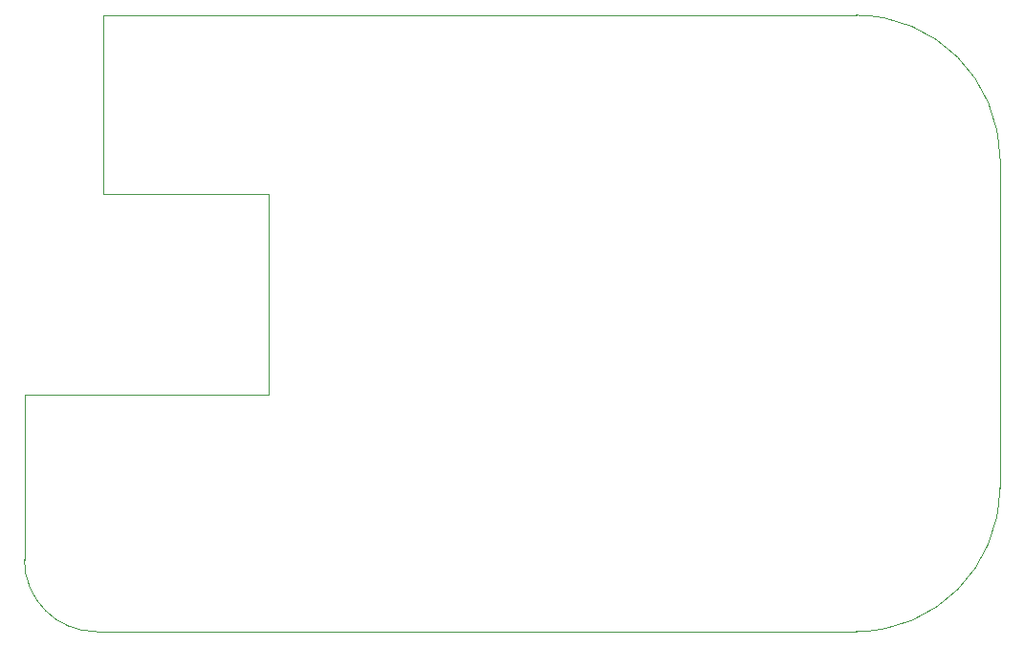
<source format=gm1>
G04 #@! TF.GenerationSoftware,KiCad,Pcbnew,(6.0.0-rc1-dev-159-g1e43773)*
G04 #@! TF.CreationDate,2018-07-25T22:10:03-05:00*
G04 #@! TF.ProjectId,bbb_alien_harness,6262625F616C69656E5F6861726E6573,rev?*
G04 #@! TF.SameCoordinates,Original*
G04 #@! TF.FileFunction,Profile,NP*
%FSLAX46Y46*%
G04 Gerber Fmt 4.6, Leading zero omitted, Abs format (unit mm)*
G04 Created by KiCad (PCBNEW (6.0.0-rc1-dev-159-g1e43773)) date Wed Jul 25 22:10:03 2018*
%MOMM*%
%LPD*%
G01*
G04 APERTURE LIST*
%ADD10C,0.002540*%
G04 APERTURE END LIST*
D10*
X149861367Y-72390000D02*
X83186367Y-72390000D01*
X149861367Y-127000000D02*
G75*
G03X162561367Y-114300000I0J12700000D01*
G01*
X162561367Y-85090000D02*
G75*
G03X149861367Y-72390000I-12700000J0D01*
G01*
X76201367Y-120650000D02*
G75*
G03X82551367Y-127000000I6350000J0D01*
G01*
X76201367Y-106045000D02*
X76201367Y-120650000D01*
X97791367Y-106045000D02*
X76201367Y-106045000D01*
X97791367Y-88265000D02*
X97791367Y-106045000D01*
X83186367Y-88265000D02*
X97791367Y-88265000D01*
X83186367Y-72390000D02*
X83186367Y-88265000D01*
X162561367Y-114300000D02*
X162561367Y-85090000D01*
X82551367Y-127000000D02*
X149861367Y-127000000D01*
M02*

</source>
